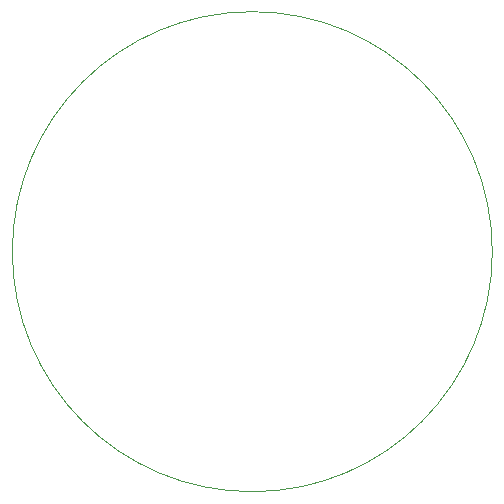
<source format=gm1>
G04 #@! TF.GenerationSoftware,KiCad,Pcbnew,(5.1.10)-1*
G04 #@! TF.CreationDate,2022-05-03T00:12:14-07:00*
G04 #@! TF.ProjectId,DUBloon,4455426c-6f6f-46e2-9e6b-696361645f70,rev?*
G04 #@! TF.SameCoordinates,Original*
G04 #@! TF.FileFunction,Profile,NP*
%FSLAX46Y46*%
G04 Gerber Fmt 4.6, Leading zero omitted, Abs format (unit mm)*
G04 Created by KiCad (PCBNEW (5.1.10)-1) date 2022-05-03 00:12:14*
%MOMM*%
%LPD*%
G01*
G04 APERTURE LIST*
G04 #@! TA.AperFunction,Profile*
%ADD10C,0.050000*%
G04 #@! TD*
G04 APERTURE END LIST*
D10*
X172720000Y-74930000D02*
G75*
G03*
X172720000Y-74930000I-20320000J0D01*
G01*
M02*

</source>
